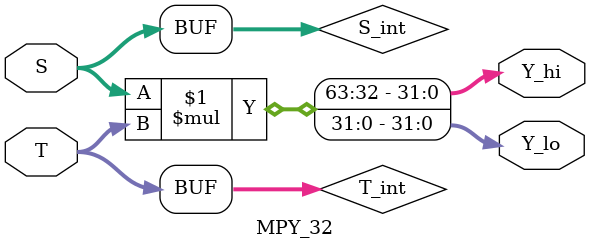
<source format=v>
`timescale 1ns / 1ps
/****************************** C E C S  4 4 0 ******************************
 * 
 * File Name:  MPY_32.v
 * Project:    Lab_Assignment_1
 * Designer:   Michael Handria
 *             Liam    Howland
 * Email:      michaelhandria@gmail.com
 *             howland.liam@gmail.com
 * Rev. No.:   Version 1.5
 * Rev. Date:  9/7/2017
 * 
 * Purpose:    used to multiply 2 32-bit integer named S & T.
 *             results to a 64-bit product from the 2 32-bit
 *         
 * Notes:      9/6: hasn't been tested will test later
 *             9/7: tested with wrong values
 *             9/7: must cast to int first then divide
 *
 ****************************************************************************/
module MPY_32(S, T, Y_hi, Y_lo);

   /*INPUT DECLERATION*/
	input		[31:0] 	S, T;
   
   /*OUTPUT DECLERATION*/
	output	[31:0] 	Y_hi, Y_lo;
	
	//INTEGER DECLERATION
	integer				S_int, T_int;
	
   //constantly assign the hi and the lo 
   //with (int)S * (int)T
	assign 	{Y_hi, Y_lo} = S_int * T_int;
	
   //when S or T change assign
   //cast both S and T to integers
	always @ (S, T) begin
		S_int = S;
		T_int = T;
	end
	
	
	
endmodule

</source>
